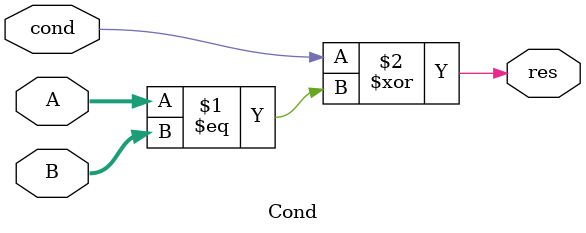
<source format=v>
`timescale 1ns / 1ps

module Cond(
    input [31:0] A,
    input [31:0] B,
    input cond,
    output res
    );

//cond = 0: beq, cond = 1: bne 
assign res = cond ^ (A == B);
endmodule

</source>
